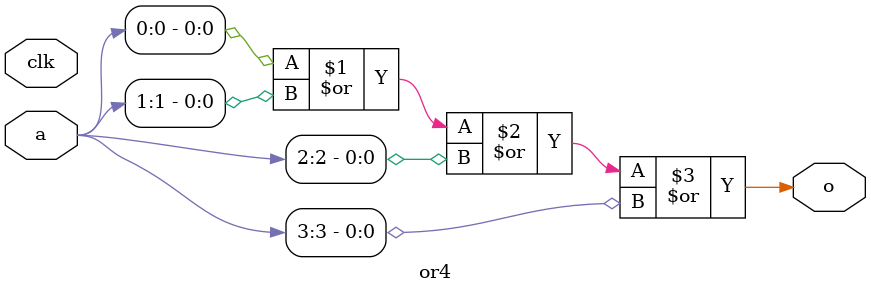
<source format=v>
module bus(
	input [3:0]in,
	output out
);

assign out = in[0];
assign out = in[1];
assign out = in[2];
assign out = in[3];

endmodule

module busTB(
);

reg [3:0] in;
wire out;

bus b1(in, out);

initial begin
	in = 4'bZ;
end

initial begin
	#10 in[0] = 1'b1;
	#2 in[0] = 1'b1;
	#2 in[1] = 1'b1;
	#2 in[0] = 1'bZ;
end

always @(*) begin
	$monitor("%d, %b, %b, %b, %b", in[0], in[1], in[2], in[3], out);
end

endmodule
module or4(
	input [3:0]a,
	output o,
	input clk
);

	assign o = a[0] | a[1] | a[2] | a[3];

endmodule

</source>
